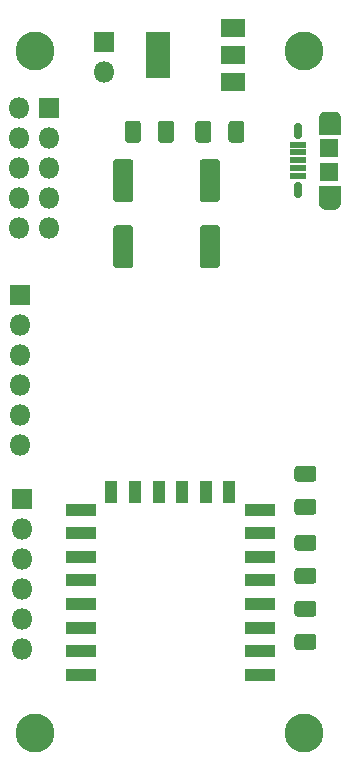
<source format=gbr>
%TF.GenerationSoftware,KiCad,Pcbnew,5.1.5+dfsg1-2build2*%
%TF.CreationDate,2021-11-04T20:27:46+01:00*%
%TF.ProjectId,ebus-esp,65627573-2d65-4737-902e-6b696361645f,rev?*%
%TF.SameCoordinates,Original*%
%TF.FileFunction,Soldermask,Bot*%
%TF.FilePolarity,Negative*%
%FSLAX46Y46*%
G04 Gerber Fmt 4.6, Leading zero omitted, Abs format (unit mm)*
G04 Created by KiCad (PCBNEW 5.1.5+dfsg1-2build2) date 2021-11-04 20:27:46*
%MOMM*%
%LPD*%
G04 APERTURE LIST*
%ADD10C,0.000100*%
%ADD11O,1.800000X1.800000*%
%ADD12R,1.800000X1.800000*%
%ADD13C,0.100000*%
%ADD14C,3.300000*%
%ADD15O,1.650000X0.875000*%
%ADD16R,1.650000X1.600000*%
%ADD17O,0.750000X1.400000*%
%ADD18R,1.450000X0.500000*%
%ADD19R,2.600000X1.100000*%
%ADD20R,1.100000X1.900000*%
%ADD21R,2.100000X1.600000*%
%ADD22R,2.100000X3.900000*%
G04 APERTURE END LIST*
D10*
%TO.C,J2*%
G36*
X126859000Y-99739000D02*
G01*
X126859000Y-98339000D01*
X125109000Y-98339000D01*
X125109000Y-99739000D01*
X125110000Y-99765000D01*
X125112000Y-99791000D01*
X125115000Y-99817000D01*
X125120000Y-99843000D01*
X125126000Y-99868000D01*
X125133000Y-99894000D01*
X125142000Y-99918000D01*
X125152000Y-99942000D01*
X125163000Y-99966000D01*
X125176000Y-99989000D01*
X125190000Y-100011000D01*
X125204000Y-100033000D01*
X125220000Y-100054000D01*
X125237000Y-100074000D01*
X125255000Y-100093000D01*
X125274000Y-100111000D01*
X125294000Y-100128000D01*
X125315000Y-100144000D01*
X125337000Y-100158000D01*
X125359000Y-100172000D01*
X125382000Y-100185000D01*
X125406000Y-100196000D01*
X125430000Y-100206000D01*
X125454000Y-100215000D01*
X125480000Y-100222000D01*
X125505000Y-100228000D01*
X125531000Y-100233000D01*
X125557000Y-100236000D01*
X125583000Y-100238000D01*
X125609000Y-100239000D01*
X126359000Y-100239000D01*
X126385000Y-100238000D01*
X126411000Y-100236000D01*
X126437000Y-100233000D01*
X126463000Y-100228000D01*
X126488000Y-100222000D01*
X126514000Y-100215000D01*
X126538000Y-100206000D01*
X126562000Y-100196000D01*
X126586000Y-100185000D01*
X126609000Y-100172000D01*
X126631000Y-100158000D01*
X126653000Y-100144000D01*
X126674000Y-100128000D01*
X126694000Y-100111000D01*
X126713000Y-100093000D01*
X126731000Y-100074000D01*
X126748000Y-100054000D01*
X126764000Y-100033000D01*
X126778000Y-100011000D01*
X126792000Y-99989000D01*
X126805000Y-99966000D01*
X126816000Y-99942000D01*
X126826000Y-99918000D01*
X126835000Y-99894000D01*
X126842000Y-99868000D01*
X126848000Y-99843000D01*
X126853000Y-99817000D01*
X126856000Y-99791000D01*
X126858000Y-99765000D01*
X126859000Y-99739000D01*
G37*
X126859000Y-99739000D02*
X126859000Y-98339000D01*
X125109000Y-98339000D01*
X125109000Y-99739000D01*
X125110000Y-99765000D01*
X125112000Y-99791000D01*
X125115000Y-99817000D01*
X125120000Y-99843000D01*
X125126000Y-99868000D01*
X125133000Y-99894000D01*
X125142000Y-99918000D01*
X125152000Y-99942000D01*
X125163000Y-99966000D01*
X125176000Y-99989000D01*
X125190000Y-100011000D01*
X125204000Y-100033000D01*
X125220000Y-100054000D01*
X125237000Y-100074000D01*
X125255000Y-100093000D01*
X125274000Y-100111000D01*
X125294000Y-100128000D01*
X125315000Y-100144000D01*
X125337000Y-100158000D01*
X125359000Y-100172000D01*
X125382000Y-100185000D01*
X125406000Y-100196000D01*
X125430000Y-100206000D01*
X125454000Y-100215000D01*
X125480000Y-100222000D01*
X125505000Y-100228000D01*
X125531000Y-100233000D01*
X125557000Y-100236000D01*
X125583000Y-100238000D01*
X125609000Y-100239000D01*
X126359000Y-100239000D01*
X126385000Y-100238000D01*
X126411000Y-100236000D01*
X126437000Y-100233000D01*
X126463000Y-100228000D01*
X126488000Y-100222000D01*
X126514000Y-100215000D01*
X126538000Y-100206000D01*
X126562000Y-100196000D01*
X126586000Y-100185000D01*
X126609000Y-100172000D01*
X126631000Y-100158000D01*
X126653000Y-100144000D01*
X126674000Y-100128000D01*
X126694000Y-100111000D01*
X126713000Y-100093000D01*
X126731000Y-100074000D01*
X126748000Y-100054000D01*
X126764000Y-100033000D01*
X126778000Y-100011000D01*
X126792000Y-99989000D01*
X126805000Y-99966000D01*
X126816000Y-99942000D01*
X126826000Y-99918000D01*
X126835000Y-99894000D01*
X126842000Y-99868000D01*
X126848000Y-99843000D01*
X126853000Y-99817000D01*
X126856000Y-99791000D01*
X126858000Y-99765000D01*
X126859000Y-99739000D01*
G36*
X125109000Y-92539000D02*
G01*
X125109000Y-93939000D01*
X126859000Y-93939000D01*
X126859000Y-92539000D01*
X126858000Y-92513000D01*
X126856000Y-92487000D01*
X126853000Y-92461000D01*
X126848000Y-92435000D01*
X126842000Y-92410000D01*
X126835000Y-92384000D01*
X126826000Y-92360000D01*
X126816000Y-92336000D01*
X126805000Y-92312000D01*
X126792000Y-92289000D01*
X126778000Y-92267000D01*
X126764000Y-92245000D01*
X126748000Y-92224000D01*
X126731000Y-92204000D01*
X126713000Y-92185000D01*
X126694000Y-92167000D01*
X126674000Y-92150000D01*
X126653000Y-92134000D01*
X126631000Y-92120000D01*
X126609000Y-92106000D01*
X126586000Y-92093000D01*
X126562000Y-92082000D01*
X126538000Y-92072000D01*
X126514000Y-92063000D01*
X126488000Y-92056000D01*
X126463000Y-92050000D01*
X126437000Y-92045000D01*
X126411000Y-92042000D01*
X126385000Y-92040000D01*
X126359000Y-92039000D01*
X125609000Y-92039000D01*
X125583000Y-92040000D01*
X125557000Y-92042000D01*
X125531000Y-92045000D01*
X125505000Y-92050000D01*
X125480000Y-92056000D01*
X125454000Y-92063000D01*
X125430000Y-92072000D01*
X125406000Y-92082000D01*
X125382000Y-92093000D01*
X125359000Y-92106000D01*
X125337000Y-92120000D01*
X125315000Y-92134000D01*
X125294000Y-92150000D01*
X125274000Y-92167000D01*
X125255000Y-92185000D01*
X125237000Y-92204000D01*
X125220000Y-92224000D01*
X125204000Y-92245000D01*
X125190000Y-92267000D01*
X125176000Y-92289000D01*
X125163000Y-92312000D01*
X125152000Y-92336000D01*
X125142000Y-92360000D01*
X125133000Y-92384000D01*
X125126000Y-92410000D01*
X125120000Y-92435000D01*
X125115000Y-92461000D01*
X125112000Y-92487000D01*
X125110000Y-92513000D01*
X125109000Y-92539000D01*
G37*
X125109000Y-92539000D02*
X125109000Y-93939000D01*
X126859000Y-93939000D01*
X126859000Y-92539000D01*
X126858000Y-92513000D01*
X126856000Y-92487000D01*
X126853000Y-92461000D01*
X126848000Y-92435000D01*
X126842000Y-92410000D01*
X126835000Y-92384000D01*
X126826000Y-92360000D01*
X126816000Y-92336000D01*
X126805000Y-92312000D01*
X126792000Y-92289000D01*
X126778000Y-92267000D01*
X126764000Y-92245000D01*
X126748000Y-92224000D01*
X126731000Y-92204000D01*
X126713000Y-92185000D01*
X126694000Y-92167000D01*
X126674000Y-92150000D01*
X126653000Y-92134000D01*
X126631000Y-92120000D01*
X126609000Y-92106000D01*
X126586000Y-92093000D01*
X126562000Y-92082000D01*
X126538000Y-92072000D01*
X126514000Y-92063000D01*
X126488000Y-92056000D01*
X126463000Y-92050000D01*
X126437000Y-92045000D01*
X126411000Y-92042000D01*
X126385000Y-92040000D01*
X126359000Y-92039000D01*
X125609000Y-92039000D01*
X125583000Y-92040000D01*
X125557000Y-92042000D01*
X125531000Y-92045000D01*
X125505000Y-92050000D01*
X125480000Y-92056000D01*
X125454000Y-92063000D01*
X125430000Y-92072000D01*
X125406000Y-92082000D01*
X125382000Y-92093000D01*
X125359000Y-92106000D01*
X125337000Y-92120000D01*
X125315000Y-92134000D01*
X125294000Y-92150000D01*
X125274000Y-92167000D01*
X125255000Y-92185000D01*
X125237000Y-92204000D01*
X125220000Y-92224000D01*
X125204000Y-92245000D01*
X125190000Y-92267000D01*
X125176000Y-92289000D01*
X125163000Y-92312000D01*
X125152000Y-92336000D01*
X125142000Y-92360000D01*
X125133000Y-92384000D01*
X125126000Y-92410000D01*
X125120000Y-92435000D01*
X125115000Y-92461000D01*
X125112000Y-92487000D01*
X125110000Y-92513000D01*
X125109000Y-92539000D01*
%TD*%
D11*
%TO.C,J7*%
X99695000Y-101854000D03*
X102235000Y-101854000D03*
X99695000Y-99314000D03*
X102235000Y-99314000D03*
X99695000Y-96774000D03*
X102235000Y-96774000D03*
X99695000Y-94234000D03*
X102235000Y-94234000D03*
X99695000Y-91694000D03*
D12*
X102235000Y-91694000D03*
%TD*%
D13*
%TO.C,R21*%
G36*
X124633465Y-124805300D02*
G01*
X124659674Y-124809188D01*
X124685377Y-124815626D01*
X124710325Y-124824553D01*
X124734277Y-124835881D01*
X124757004Y-124849503D01*
X124778286Y-124865287D01*
X124797919Y-124883081D01*
X124815713Y-124902714D01*
X124831497Y-124923996D01*
X124845119Y-124946723D01*
X124856447Y-124970675D01*
X124865374Y-124995623D01*
X124871812Y-125021326D01*
X124875700Y-125047535D01*
X124877000Y-125074000D01*
X124877000Y-125884000D01*
X124875700Y-125910465D01*
X124871812Y-125936674D01*
X124865374Y-125962377D01*
X124856447Y-125987325D01*
X124845119Y-126011277D01*
X124831497Y-126034004D01*
X124815713Y-126055286D01*
X124797919Y-126074919D01*
X124778286Y-126092713D01*
X124757004Y-126108497D01*
X124734277Y-126122119D01*
X124710325Y-126133447D01*
X124685377Y-126142374D01*
X124659674Y-126148812D01*
X124633465Y-126152700D01*
X124607000Y-126154000D01*
X123297000Y-126154000D01*
X123270535Y-126152700D01*
X123244326Y-126148812D01*
X123218623Y-126142374D01*
X123193675Y-126133447D01*
X123169723Y-126122119D01*
X123146996Y-126108497D01*
X123125714Y-126092713D01*
X123106081Y-126074919D01*
X123088287Y-126055286D01*
X123072503Y-126034004D01*
X123058881Y-126011277D01*
X123047553Y-125987325D01*
X123038626Y-125962377D01*
X123032188Y-125936674D01*
X123028300Y-125910465D01*
X123027000Y-125884000D01*
X123027000Y-125074000D01*
X123028300Y-125047535D01*
X123032188Y-125021326D01*
X123038626Y-124995623D01*
X123047553Y-124970675D01*
X123058881Y-124946723D01*
X123072503Y-124923996D01*
X123088287Y-124902714D01*
X123106081Y-124883081D01*
X123125714Y-124865287D01*
X123146996Y-124849503D01*
X123169723Y-124835881D01*
X123193675Y-124824553D01*
X123218623Y-124815626D01*
X123244326Y-124809188D01*
X123270535Y-124805300D01*
X123297000Y-124804000D01*
X124607000Y-124804000D01*
X124633465Y-124805300D01*
G37*
G36*
X124633465Y-122005300D02*
G01*
X124659674Y-122009188D01*
X124685377Y-122015626D01*
X124710325Y-122024553D01*
X124734277Y-122035881D01*
X124757004Y-122049503D01*
X124778286Y-122065287D01*
X124797919Y-122083081D01*
X124815713Y-122102714D01*
X124831497Y-122123996D01*
X124845119Y-122146723D01*
X124856447Y-122170675D01*
X124865374Y-122195623D01*
X124871812Y-122221326D01*
X124875700Y-122247535D01*
X124877000Y-122274000D01*
X124877000Y-123084000D01*
X124875700Y-123110465D01*
X124871812Y-123136674D01*
X124865374Y-123162377D01*
X124856447Y-123187325D01*
X124845119Y-123211277D01*
X124831497Y-123234004D01*
X124815713Y-123255286D01*
X124797919Y-123274919D01*
X124778286Y-123292713D01*
X124757004Y-123308497D01*
X124734277Y-123322119D01*
X124710325Y-123333447D01*
X124685377Y-123342374D01*
X124659674Y-123348812D01*
X124633465Y-123352700D01*
X124607000Y-123354000D01*
X123297000Y-123354000D01*
X123270535Y-123352700D01*
X123244326Y-123348812D01*
X123218623Y-123342374D01*
X123193675Y-123333447D01*
X123169723Y-123322119D01*
X123146996Y-123308497D01*
X123125714Y-123292713D01*
X123106081Y-123274919D01*
X123088287Y-123255286D01*
X123072503Y-123234004D01*
X123058881Y-123211277D01*
X123047553Y-123187325D01*
X123038626Y-123162377D01*
X123032188Y-123136674D01*
X123028300Y-123110465D01*
X123027000Y-123084000D01*
X123027000Y-122274000D01*
X123028300Y-122247535D01*
X123032188Y-122221326D01*
X123038626Y-122195623D01*
X123047553Y-122170675D01*
X123058881Y-122146723D01*
X123072503Y-122123996D01*
X123088287Y-122102714D01*
X123106081Y-122083081D01*
X123125714Y-122065287D01*
X123146996Y-122049503D01*
X123169723Y-122035881D01*
X123193675Y-122024553D01*
X123218623Y-122015626D01*
X123244326Y-122009188D01*
X123270535Y-122005300D01*
X123297000Y-122004000D01*
X124607000Y-122004000D01*
X124633465Y-122005300D01*
G37*
%TD*%
D14*
%TO.C,H8*%
X101092000Y-144653000D03*
%TD*%
%TO.C,H7*%
X101092000Y-86868000D03*
%TD*%
%TO.C,H6*%
X123825000Y-144653000D03*
%TD*%
%TO.C,H5*%
X123825000Y-86868000D03*
%TD*%
D15*
%TO.C,J2*%
X125984000Y-99639000D03*
D16*
X125984000Y-97139000D03*
X125984000Y-95139000D03*
D15*
X125984000Y-92639000D03*
D17*
X123284000Y-98639000D03*
X123284000Y-93639000D03*
D18*
X123284000Y-97439000D03*
X123284000Y-96789000D03*
X123284000Y-96139000D03*
X123284000Y-95489000D03*
X123284000Y-94839000D03*
%TD*%
D19*
%TO.C,U6*%
X120122000Y-139720200D03*
X120122000Y-137720200D03*
X120122000Y-135720200D03*
X120122000Y-133720200D03*
X120122000Y-131720200D03*
X120122000Y-129720200D03*
X120122000Y-127720200D03*
X120122000Y-125720200D03*
D20*
X117522000Y-124220200D03*
X115522000Y-124220200D03*
X113522000Y-124220200D03*
X111522000Y-124220200D03*
X109522000Y-124220200D03*
X107522000Y-124220200D03*
D19*
X104922000Y-125720200D03*
X104922000Y-127720200D03*
X104922000Y-129720200D03*
X104922000Y-131720200D03*
X104922000Y-133720200D03*
X104922000Y-135720200D03*
X104922000Y-137720200D03*
X104922000Y-139720200D03*
%TD*%
D21*
%TO.C,U5*%
X117780200Y-84949000D03*
X117780200Y-89549000D03*
X117780200Y-87249000D03*
D22*
X111480200Y-87249000D03*
%TD*%
D13*
%TO.C,R20*%
G36*
X124633465Y-133435300D02*
G01*
X124659674Y-133439188D01*
X124685377Y-133445626D01*
X124710325Y-133454553D01*
X124734277Y-133465881D01*
X124757004Y-133479503D01*
X124778286Y-133495287D01*
X124797919Y-133513081D01*
X124815713Y-133532714D01*
X124831497Y-133553996D01*
X124845119Y-133576723D01*
X124856447Y-133600675D01*
X124865374Y-133625623D01*
X124871812Y-133651326D01*
X124875700Y-133677535D01*
X124877000Y-133704000D01*
X124877000Y-134514000D01*
X124875700Y-134540465D01*
X124871812Y-134566674D01*
X124865374Y-134592377D01*
X124856447Y-134617325D01*
X124845119Y-134641277D01*
X124831497Y-134664004D01*
X124815713Y-134685286D01*
X124797919Y-134704919D01*
X124778286Y-134722713D01*
X124757004Y-134738497D01*
X124734277Y-134752119D01*
X124710325Y-134763447D01*
X124685377Y-134772374D01*
X124659674Y-134778812D01*
X124633465Y-134782700D01*
X124607000Y-134784000D01*
X123297000Y-134784000D01*
X123270535Y-134782700D01*
X123244326Y-134778812D01*
X123218623Y-134772374D01*
X123193675Y-134763447D01*
X123169723Y-134752119D01*
X123146996Y-134738497D01*
X123125714Y-134722713D01*
X123106081Y-134704919D01*
X123088287Y-134685286D01*
X123072503Y-134664004D01*
X123058881Y-134641277D01*
X123047553Y-134617325D01*
X123038626Y-134592377D01*
X123032188Y-134566674D01*
X123028300Y-134540465D01*
X123027000Y-134514000D01*
X123027000Y-133704000D01*
X123028300Y-133677535D01*
X123032188Y-133651326D01*
X123038626Y-133625623D01*
X123047553Y-133600675D01*
X123058881Y-133576723D01*
X123072503Y-133553996D01*
X123088287Y-133532714D01*
X123106081Y-133513081D01*
X123125714Y-133495287D01*
X123146996Y-133479503D01*
X123169723Y-133465881D01*
X123193675Y-133454553D01*
X123218623Y-133445626D01*
X123244326Y-133439188D01*
X123270535Y-133435300D01*
X123297000Y-133434000D01*
X124607000Y-133434000D01*
X124633465Y-133435300D01*
G37*
G36*
X124633465Y-136235300D02*
G01*
X124659674Y-136239188D01*
X124685377Y-136245626D01*
X124710325Y-136254553D01*
X124734277Y-136265881D01*
X124757004Y-136279503D01*
X124778286Y-136295287D01*
X124797919Y-136313081D01*
X124815713Y-136332714D01*
X124831497Y-136353996D01*
X124845119Y-136376723D01*
X124856447Y-136400675D01*
X124865374Y-136425623D01*
X124871812Y-136451326D01*
X124875700Y-136477535D01*
X124877000Y-136504000D01*
X124877000Y-137314000D01*
X124875700Y-137340465D01*
X124871812Y-137366674D01*
X124865374Y-137392377D01*
X124856447Y-137417325D01*
X124845119Y-137441277D01*
X124831497Y-137464004D01*
X124815713Y-137485286D01*
X124797919Y-137504919D01*
X124778286Y-137522713D01*
X124757004Y-137538497D01*
X124734277Y-137552119D01*
X124710325Y-137563447D01*
X124685377Y-137572374D01*
X124659674Y-137578812D01*
X124633465Y-137582700D01*
X124607000Y-137584000D01*
X123297000Y-137584000D01*
X123270535Y-137582700D01*
X123244326Y-137578812D01*
X123218623Y-137572374D01*
X123193675Y-137563447D01*
X123169723Y-137552119D01*
X123146996Y-137538497D01*
X123125714Y-137522713D01*
X123106081Y-137504919D01*
X123088287Y-137485286D01*
X123072503Y-137464004D01*
X123058881Y-137441277D01*
X123047553Y-137417325D01*
X123038626Y-137392377D01*
X123032188Y-137366674D01*
X123028300Y-137340465D01*
X123027000Y-137314000D01*
X123027000Y-136504000D01*
X123028300Y-136477535D01*
X123032188Y-136451326D01*
X123038626Y-136425623D01*
X123047553Y-136400675D01*
X123058881Y-136376723D01*
X123072503Y-136353996D01*
X123088287Y-136332714D01*
X123106081Y-136313081D01*
X123125714Y-136295287D01*
X123146996Y-136279503D01*
X123169723Y-136265881D01*
X123193675Y-136254553D01*
X123218623Y-136245626D01*
X123244326Y-136239188D01*
X123270535Y-136235300D01*
X123297000Y-136234000D01*
X124607000Y-136234000D01*
X124633465Y-136235300D01*
G37*
%TD*%
%TO.C,R18*%
G36*
X124633465Y-130647300D02*
G01*
X124659674Y-130651188D01*
X124685377Y-130657626D01*
X124710325Y-130666553D01*
X124734277Y-130677881D01*
X124757004Y-130691503D01*
X124778286Y-130707287D01*
X124797919Y-130725081D01*
X124815713Y-130744714D01*
X124831497Y-130765996D01*
X124845119Y-130788723D01*
X124856447Y-130812675D01*
X124865374Y-130837623D01*
X124871812Y-130863326D01*
X124875700Y-130889535D01*
X124877000Y-130916000D01*
X124877000Y-131726000D01*
X124875700Y-131752465D01*
X124871812Y-131778674D01*
X124865374Y-131804377D01*
X124856447Y-131829325D01*
X124845119Y-131853277D01*
X124831497Y-131876004D01*
X124815713Y-131897286D01*
X124797919Y-131916919D01*
X124778286Y-131934713D01*
X124757004Y-131950497D01*
X124734277Y-131964119D01*
X124710325Y-131975447D01*
X124685377Y-131984374D01*
X124659674Y-131990812D01*
X124633465Y-131994700D01*
X124607000Y-131996000D01*
X123297000Y-131996000D01*
X123270535Y-131994700D01*
X123244326Y-131990812D01*
X123218623Y-131984374D01*
X123193675Y-131975447D01*
X123169723Y-131964119D01*
X123146996Y-131950497D01*
X123125714Y-131934713D01*
X123106081Y-131916919D01*
X123088287Y-131897286D01*
X123072503Y-131876004D01*
X123058881Y-131853277D01*
X123047553Y-131829325D01*
X123038626Y-131804377D01*
X123032188Y-131778674D01*
X123028300Y-131752465D01*
X123027000Y-131726000D01*
X123027000Y-130916000D01*
X123028300Y-130889535D01*
X123032188Y-130863326D01*
X123038626Y-130837623D01*
X123047553Y-130812675D01*
X123058881Y-130788723D01*
X123072503Y-130765996D01*
X123088287Y-130744714D01*
X123106081Y-130725081D01*
X123125714Y-130707287D01*
X123146996Y-130691503D01*
X123169723Y-130677881D01*
X123193675Y-130666553D01*
X123218623Y-130657626D01*
X123244326Y-130651188D01*
X123270535Y-130647300D01*
X123297000Y-130646000D01*
X124607000Y-130646000D01*
X124633465Y-130647300D01*
G37*
G36*
X124633465Y-127847300D02*
G01*
X124659674Y-127851188D01*
X124685377Y-127857626D01*
X124710325Y-127866553D01*
X124734277Y-127877881D01*
X124757004Y-127891503D01*
X124778286Y-127907287D01*
X124797919Y-127925081D01*
X124815713Y-127944714D01*
X124831497Y-127965996D01*
X124845119Y-127988723D01*
X124856447Y-128012675D01*
X124865374Y-128037623D01*
X124871812Y-128063326D01*
X124875700Y-128089535D01*
X124877000Y-128116000D01*
X124877000Y-128926000D01*
X124875700Y-128952465D01*
X124871812Y-128978674D01*
X124865374Y-129004377D01*
X124856447Y-129029325D01*
X124845119Y-129053277D01*
X124831497Y-129076004D01*
X124815713Y-129097286D01*
X124797919Y-129116919D01*
X124778286Y-129134713D01*
X124757004Y-129150497D01*
X124734277Y-129164119D01*
X124710325Y-129175447D01*
X124685377Y-129184374D01*
X124659674Y-129190812D01*
X124633465Y-129194700D01*
X124607000Y-129196000D01*
X123297000Y-129196000D01*
X123270535Y-129194700D01*
X123244326Y-129190812D01*
X123218623Y-129184374D01*
X123193675Y-129175447D01*
X123169723Y-129164119D01*
X123146996Y-129150497D01*
X123125714Y-129134713D01*
X123106081Y-129116919D01*
X123088287Y-129097286D01*
X123072503Y-129076004D01*
X123058881Y-129053277D01*
X123047553Y-129029325D01*
X123038626Y-129004377D01*
X123032188Y-128978674D01*
X123028300Y-128952465D01*
X123027000Y-128926000D01*
X123027000Y-128116000D01*
X123028300Y-128089535D01*
X123032188Y-128063326D01*
X123038626Y-128037623D01*
X123047553Y-128012675D01*
X123058881Y-127988723D01*
X123072503Y-127965996D01*
X123088287Y-127944714D01*
X123106081Y-127925081D01*
X123125714Y-127907287D01*
X123146996Y-127891503D01*
X123169723Y-127877881D01*
X123193675Y-127866553D01*
X123218623Y-127857626D01*
X123244326Y-127851188D01*
X123270535Y-127847300D01*
X123297000Y-127846000D01*
X124607000Y-127846000D01*
X124633465Y-127847300D01*
G37*
%TD*%
D11*
%TO.C,J6*%
X106934000Y-88646000D03*
D12*
X106934000Y-86106000D03*
%TD*%
D11*
%TO.C,J5*%
X99949000Y-137541000D03*
X99949000Y-135001000D03*
X99949000Y-132461000D03*
X99949000Y-129921000D03*
X99949000Y-127381000D03*
D12*
X99949000Y-124841000D03*
%TD*%
D11*
%TO.C,J4*%
X99822000Y-120269000D03*
X99822000Y-117729000D03*
X99822000Y-115189000D03*
X99822000Y-112649000D03*
X99822000Y-110109000D03*
D12*
X99822000Y-107569000D03*
%TD*%
D13*
%TO.C,C5*%
G36*
X116459811Y-96061479D02*
G01*
X116485596Y-96065304D01*
X116510882Y-96071638D01*
X116535425Y-96080419D01*
X116558990Y-96091565D01*
X116581348Y-96104966D01*
X116602286Y-96120494D01*
X116621600Y-96138000D01*
X116639106Y-96157314D01*
X116654634Y-96178252D01*
X116668035Y-96200610D01*
X116679181Y-96224175D01*
X116687962Y-96248718D01*
X116694296Y-96274004D01*
X116698121Y-96299789D01*
X116699400Y-96325825D01*
X116699400Y-99394575D01*
X116698121Y-99420611D01*
X116694296Y-99446396D01*
X116687962Y-99471682D01*
X116679181Y-99496225D01*
X116668035Y-99519790D01*
X116654634Y-99542148D01*
X116639106Y-99563086D01*
X116621600Y-99582400D01*
X116602286Y-99599906D01*
X116581348Y-99615434D01*
X116558990Y-99628835D01*
X116535425Y-99639981D01*
X116510882Y-99648762D01*
X116485596Y-99655096D01*
X116459811Y-99658921D01*
X116433775Y-99660200D01*
X115265025Y-99660200D01*
X115238989Y-99658921D01*
X115213204Y-99655096D01*
X115187918Y-99648762D01*
X115163375Y-99639981D01*
X115139810Y-99628835D01*
X115117452Y-99615434D01*
X115096514Y-99599906D01*
X115077200Y-99582400D01*
X115059694Y-99563086D01*
X115044166Y-99542148D01*
X115030765Y-99519790D01*
X115019619Y-99496225D01*
X115010838Y-99471682D01*
X115004504Y-99446396D01*
X115000679Y-99420611D01*
X114999400Y-99394575D01*
X114999400Y-96325825D01*
X115000679Y-96299789D01*
X115004504Y-96274004D01*
X115010838Y-96248718D01*
X115019619Y-96224175D01*
X115030765Y-96200610D01*
X115044166Y-96178252D01*
X115059694Y-96157314D01*
X115077200Y-96138000D01*
X115096514Y-96120494D01*
X115117452Y-96104966D01*
X115139810Y-96091565D01*
X115163375Y-96080419D01*
X115187918Y-96071638D01*
X115213204Y-96065304D01*
X115238989Y-96061479D01*
X115265025Y-96060200D01*
X116433775Y-96060200D01*
X116459811Y-96061479D01*
G37*
G36*
X116459811Y-101661479D02*
G01*
X116485596Y-101665304D01*
X116510882Y-101671638D01*
X116535425Y-101680419D01*
X116558990Y-101691565D01*
X116581348Y-101704966D01*
X116602286Y-101720494D01*
X116621600Y-101738000D01*
X116639106Y-101757314D01*
X116654634Y-101778252D01*
X116668035Y-101800610D01*
X116679181Y-101824175D01*
X116687962Y-101848718D01*
X116694296Y-101874004D01*
X116698121Y-101899789D01*
X116699400Y-101925825D01*
X116699400Y-104994575D01*
X116698121Y-105020611D01*
X116694296Y-105046396D01*
X116687962Y-105071682D01*
X116679181Y-105096225D01*
X116668035Y-105119790D01*
X116654634Y-105142148D01*
X116639106Y-105163086D01*
X116621600Y-105182400D01*
X116602286Y-105199906D01*
X116581348Y-105215434D01*
X116558990Y-105228835D01*
X116535425Y-105239981D01*
X116510882Y-105248762D01*
X116485596Y-105255096D01*
X116459811Y-105258921D01*
X116433775Y-105260200D01*
X115265025Y-105260200D01*
X115238989Y-105258921D01*
X115213204Y-105255096D01*
X115187918Y-105248762D01*
X115163375Y-105239981D01*
X115139810Y-105228835D01*
X115117452Y-105215434D01*
X115096514Y-105199906D01*
X115077200Y-105182400D01*
X115059694Y-105163086D01*
X115044166Y-105142148D01*
X115030765Y-105119790D01*
X115019619Y-105096225D01*
X115010838Y-105071682D01*
X115004504Y-105046396D01*
X115000679Y-105020611D01*
X114999400Y-104994575D01*
X114999400Y-101925825D01*
X115000679Y-101899789D01*
X115004504Y-101874004D01*
X115010838Y-101848718D01*
X115019619Y-101824175D01*
X115030765Y-101800610D01*
X115044166Y-101778252D01*
X115059694Y-101757314D01*
X115077200Y-101738000D01*
X115096514Y-101720494D01*
X115117452Y-101704966D01*
X115139810Y-101691565D01*
X115163375Y-101680419D01*
X115187918Y-101671638D01*
X115213204Y-101665304D01*
X115238989Y-101661479D01*
X115265025Y-101660200D01*
X116433775Y-101660200D01*
X116459811Y-101661479D01*
G37*
%TD*%
%TO.C,C4*%
G36*
X112575465Y-92802300D02*
G01*
X112601674Y-92806188D01*
X112627377Y-92812626D01*
X112652325Y-92821553D01*
X112676277Y-92832881D01*
X112699004Y-92846503D01*
X112720286Y-92862287D01*
X112739919Y-92880081D01*
X112757713Y-92899714D01*
X112773497Y-92920996D01*
X112787119Y-92943723D01*
X112798447Y-92967675D01*
X112807374Y-92992623D01*
X112813812Y-93018326D01*
X112817700Y-93044535D01*
X112819000Y-93071000D01*
X112819000Y-94381000D01*
X112817700Y-94407465D01*
X112813812Y-94433674D01*
X112807374Y-94459377D01*
X112798447Y-94484325D01*
X112787119Y-94508277D01*
X112773497Y-94531004D01*
X112757713Y-94552286D01*
X112739919Y-94571919D01*
X112720286Y-94589713D01*
X112699004Y-94605497D01*
X112676277Y-94619119D01*
X112652325Y-94630447D01*
X112627377Y-94639374D01*
X112601674Y-94645812D01*
X112575465Y-94649700D01*
X112549000Y-94651000D01*
X111739000Y-94651000D01*
X111712535Y-94649700D01*
X111686326Y-94645812D01*
X111660623Y-94639374D01*
X111635675Y-94630447D01*
X111611723Y-94619119D01*
X111588996Y-94605497D01*
X111567714Y-94589713D01*
X111548081Y-94571919D01*
X111530287Y-94552286D01*
X111514503Y-94531004D01*
X111500881Y-94508277D01*
X111489553Y-94484325D01*
X111480626Y-94459377D01*
X111474188Y-94433674D01*
X111470300Y-94407465D01*
X111469000Y-94381000D01*
X111469000Y-93071000D01*
X111470300Y-93044535D01*
X111474188Y-93018326D01*
X111480626Y-92992623D01*
X111489553Y-92967675D01*
X111500881Y-92943723D01*
X111514503Y-92920996D01*
X111530287Y-92899714D01*
X111548081Y-92880081D01*
X111567714Y-92862287D01*
X111588996Y-92846503D01*
X111611723Y-92832881D01*
X111635675Y-92821553D01*
X111660623Y-92812626D01*
X111686326Y-92806188D01*
X111712535Y-92802300D01*
X111739000Y-92801000D01*
X112549000Y-92801000D01*
X112575465Y-92802300D01*
G37*
G36*
X109775465Y-92802300D02*
G01*
X109801674Y-92806188D01*
X109827377Y-92812626D01*
X109852325Y-92821553D01*
X109876277Y-92832881D01*
X109899004Y-92846503D01*
X109920286Y-92862287D01*
X109939919Y-92880081D01*
X109957713Y-92899714D01*
X109973497Y-92920996D01*
X109987119Y-92943723D01*
X109998447Y-92967675D01*
X110007374Y-92992623D01*
X110013812Y-93018326D01*
X110017700Y-93044535D01*
X110019000Y-93071000D01*
X110019000Y-94381000D01*
X110017700Y-94407465D01*
X110013812Y-94433674D01*
X110007374Y-94459377D01*
X109998447Y-94484325D01*
X109987119Y-94508277D01*
X109973497Y-94531004D01*
X109957713Y-94552286D01*
X109939919Y-94571919D01*
X109920286Y-94589713D01*
X109899004Y-94605497D01*
X109876277Y-94619119D01*
X109852325Y-94630447D01*
X109827377Y-94639374D01*
X109801674Y-94645812D01*
X109775465Y-94649700D01*
X109749000Y-94651000D01*
X108939000Y-94651000D01*
X108912535Y-94649700D01*
X108886326Y-94645812D01*
X108860623Y-94639374D01*
X108835675Y-94630447D01*
X108811723Y-94619119D01*
X108788996Y-94605497D01*
X108767714Y-94589713D01*
X108748081Y-94571919D01*
X108730287Y-94552286D01*
X108714503Y-94531004D01*
X108700881Y-94508277D01*
X108689553Y-94484325D01*
X108680626Y-94459377D01*
X108674188Y-94433674D01*
X108670300Y-94407465D01*
X108669000Y-94381000D01*
X108669000Y-93071000D01*
X108670300Y-93044535D01*
X108674188Y-93018326D01*
X108680626Y-92992623D01*
X108689553Y-92967675D01*
X108700881Y-92943723D01*
X108714503Y-92920996D01*
X108730287Y-92899714D01*
X108748081Y-92880081D01*
X108767714Y-92862287D01*
X108788996Y-92846503D01*
X108811723Y-92832881D01*
X108835675Y-92821553D01*
X108860623Y-92812626D01*
X108886326Y-92806188D01*
X108912535Y-92802300D01*
X108939000Y-92801000D01*
X109749000Y-92801000D01*
X109775465Y-92802300D01*
G37*
%TD*%
%TO.C,C3*%
G36*
X109144611Y-96061479D02*
G01*
X109170396Y-96065304D01*
X109195682Y-96071638D01*
X109220225Y-96080419D01*
X109243790Y-96091565D01*
X109266148Y-96104966D01*
X109287086Y-96120494D01*
X109306400Y-96138000D01*
X109323906Y-96157314D01*
X109339434Y-96178252D01*
X109352835Y-96200610D01*
X109363981Y-96224175D01*
X109372762Y-96248718D01*
X109379096Y-96274004D01*
X109382921Y-96299789D01*
X109384200Y-96325825D01*
X109384200Y-99394575D01*
X109382921Y-99420611D01*
X109379096Y-99446396D01*
X109372762Y-99471682D01*
X109363981Y-99496225D01*
X109352835Y-99519790D01*
X109339434Y-99542148D01*
X109323906Y-99563086D01*
X109306400Y-99582400D01*
X109287086Y-99599906D01*
X109266148Y-99615434D01*
X109243790Y-99628835D01*
X109220225Y-99639981D01*
X109195682Y-99648762D01*
X109170396Y-99655096D01*
X109144611Y-99658921D01*
X109118575Y-99660200D01*
X107949825Y-99660200D01*
X107923789Y-99658921D01*
X107898004Y-99655096D01*
X107872718Y-99648762D01*
X107848175Y-99639981D01*
X107824610Y-99628835D01*
X107802252Y-99615434D01*
X107781314Y-99599906D01*
X107762000Y-99582400D01*
X107744494Y-99563086D01*
X107728966Y-99542148D01*
X107715565Y-99519790D01*
X107704419Y-99496225D01*
X107695638Y-99471682D01*
X107689304Y-99446396D01*
X107685479Y-99420611D01*
X107684200Y-99394575D01*
X107684200Y-96325825D01*
X107685479Y-96299789D01*
X107689304Y-96274004D01*
X107695638Y-96248718D01*
X107704419Y-96224175D01*
X107715565Y-96200610D01*
X107728966Y-96178252D01*
X107744494Y-96157314D01*
X107762000Y-96138000D01*
X107781314Y-96120494D01*
X107802252Y-96104966D01*
X107824610Y-96091565D01*
X107848175Y-96080419D01*
X107872718Y-96071638D01*
X107898004Y-96065304D01*
X107923789Y-96061479D01*
X107949825Y-96060200D01*
X109118575Y-96060200D01*
X109144611Y-96061479D01*
G37*
G36*
X109144611Y-101661479D02*
G01*
X109170396Y-101665304D01*
X109195682Y-101671638D01*
X109220225Y-101680419D01*
X109243790Y-101691565D01*
X109266148Y-101704966D01*
X109287086Y-101720494D01*
X109306400Y-101738000D01*
X109323906Y-101757314D01*
X109339434Y-101778252D01*
X109352835Y-101800610D01*
X109363981Y-101824175D01*
X109372762Y-101848718D01*
X109379096Y-101874004D01*
X109382921Y-101899789D01*
X109384200Y-101925825D01*
X109384200Y-104994575D01*
X109382921Y-105020611D01*
X109379096Y-105046396D01*
X109372762Y-105071682D01*
X109363981Y-105096225D01*
X109352835Y-105119790D01*
X109339434Y-105142148D01*
X109323906Y-105163086D01*
X109306400Y-105182400D01*
X109287086Y-105199906D01*
X109266148Y-105215434D01*
X109243790Y-105228835D01*
X109220225Y-105239981D01*
X109195682Y-105248762D01*
X109170396Y-105255096D01*
X109144611Y-105258921D01*
X109118575Y-105260200D01*
X107949825Y-105260200D01*
X107923789Y-105258921D01*
X107898004Y-105255096D01*
X107872718Y-105248762D01*
X107848175Y-105239981D01*
X107824610Y-105228835D01*
X107802252Y-105215434D01*
X107781314Y-105199906D01*
X107762000Y-105182400D01*
X107744494Y-105163086D01*
X107728966Y-105142148D01*
X107715565Y-105119790D01*
X107704419Y-105096225D01*
X107695638Y-105071682D01*
X107689304Y-105046396D01*
X107685479Y-105020611D01*
X107684200Y-104994575D01*
X107684200Y-101925825D01*
X107685479Y-101899789D01*
X107689304Y-101874004D01*
X107695638Y-101848718D01*
X107704419Y-101824175D01*
X107715565Y-101800610D01*
X107728966Y-101778252D01*
X107744494Y-101757314D01*
X107762000Y-101738000D01*
X107781314Y-101720494D01*
X107802252Y-101704966D01*
X107824610Y-101691565D01*
X107848175Y-101680419D01*
X107872718Y-101671638D01*
X107898004Y-101665304D01*
X107923789Y-101661479D01*
X107949825Y-101660200D01*
X109118575Y-101660200D01*
X109144611Y-101661479D01*
G37*
%TD*%
%TO.C,C2*%
G36*
X115744465Y-92802300D02*
G01*
X115770674Y-92806188D01*
X115796377Y-92812626D01*
X115821325Y-92821553D01*
X115845277Y-92832881D01*
X115868004Y-92846503D01*
X115889286Y-92862287D01*
X115908919Y-92880081D01*
X115926713Y-92899714D01*
X115942497Y-92920996D01*
X115956119Y-92943723D01*
X115967447Y-92967675D01*
X115976374Y-92992623D01*
X115982812Y-93018326D01*
X115986700Y-93044535D01*
X115988000Y-93071000D01*
X115988000Y-94381000D01*
X115986700Y-94407465D01*
X115982812Y-94433674D01*
X115976374Y-94459377D01*
X115967447Y-94484325D01*
X115956119Y-94508277D01*
X115942497Y-94531004D01*
X115926713Y-94552286D01*
X115908919Y-94571919D01*
X115889286Y-94589713D01*
X115868004Y-94605497D01*
X115845277Y-94619119D01*
X115821325Y-94630447D01*
X115796377Y-94639374D01*
X115770674Y-94645812D01*
X115744465Y-94649700D01*
X115718000Y-94651000D01*
X114908000Y-94651000D01*
X114881535Y-94649700D01*
X114855326Y-94645812D01*
X114829623Y-94639374D01*
X114804675Y-94630447D01*
X114780723Y-94619119D01*
X114757996Y-94605497D01*
X114736714Y-94589713D01*
X114717081Y-94571919D01*
X114699287Y-94552286D01*
X114683503Y-94531004D01*
X114669881Y-94508277D01*
X114658553Y-94484325D01*
X114649626Y-94459377D01*
X114643188Y-94433674D01*
X114639300Y-94407465D01*
X114638000Y-94381000D01*
X114638000Y-93071000D01*
X114639300Y-93044535D01*
X114643188Y-93018326D01*
X114649626Y-92992623D01*
X114658553Y-92967675D01*
X114669881Y-92943723D01*
X114683503Y-92920996D01*
X114699287Y-92899714D01*
X114717081Y-92880081D01*
X114736714Y-92862287D01*
X114757996Y-92846503D01*
X114780723Y-92832881D01*
X114804675Y-92821553D01*
X114829623Y-92812626D01*
X114855326Y-92806188D01*
X114881535Y-92802300D01*
X114908000Y-92801000D01*
X115718000Y-92801000D01*
X115744465Y-92802300D01*
G37*
G36*
X118544465Y-92802300D02*
G01*
X118570674Y-92806188D01*
X118596377Y-92812626D01*
X118621325Y-92821553D01*
X118645277Y-92832881D01*
X118668004Y-92846503D01*
X118689286Y-92862287D01*
X118708919Y-92880081D01*
X118726713Y-92899714D01*
X118742497Y-92920996D01*
X118756119Y-92943723D01*
X118767447Y-92967675D01*
X118776374Y-92992623D01*
X118782812Y-93018326D01*
X118786700Y-93044535D01*
X118788000Y-93071000D01*
X118788000Y-94381000D01*
X118786700Y-94407465D01*
X118782812Y-94433674D01*
X118776374Y-94459377D01*
X118767447Y-94484325D01*
X118756119Y-94508277D01*
X118742497Y-94531004D01*
X118726713Y-94552286D01*
X118708919Y-94571919D01*
X118689286Y-94589713D01*
X118668004Y-94605497D01*
X118645277Y-94619119D01*
X118621325Y-94630447D01*
X118596377Y-94639374D01*
X118570674Y-94645812D01*
X118544465Y-94649700D01*
X118518000Y-94651000D01*
X117708000Y-94651000D01*
X117681535Y-94649700D01*
X117655326Y-94645812D01*
X117629623Y-94639374D01*
X117604675Y-94630447D01*
X117580723Y-94619119D01*
X117557996Y-94605497D01*
X117536714Y-94589713D01*
X117517081Y-94571919D01*
X117499287Y-94552286D01*
X117483503Y-94531004D01*
X117469881Y-94508277D01*
X117458553Y-94484325D01*
X117449626Y-94459377D01*
X117443188Y-94433674D01*
X117439300Y-94407465D01*
X117438000Y-94381000D01*
X117438000Y-93071000D01*
X117439300Y-93044535D01*
X117443188Y-93018326D01*
X117449626Y-92992623D01*
X117458553Y-92967675D01*
X117469881Y-92943723D01*
X117483503Y-92920996D01*
X117499287Y-92899714D01*
X117517081Y-92880081D01*
X117536714Y-92862287D01*
X117557996Y-92846503D01*
X117580723Y-92832881D01*
X117604675Y-92821553D01*
X117629623Y-92812626D01*
X117655326Y-92806188D01*
X117681535Y-92802300D01*
X117708000Y-92801000D01*
X118518000Y-92801000D01*
X118544465Y-92802300D01*
G37*
%TD*%
M02*

</source>
